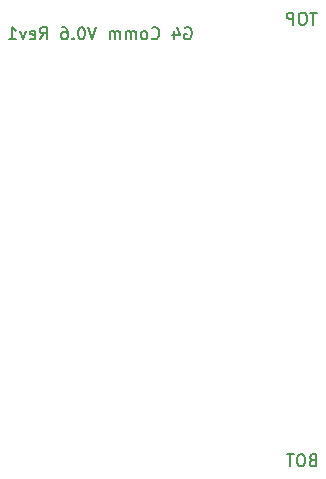
<source format=gbo>
%TF.GenerationSoftware,KiCad,Pcbnew,7.0.8-7.0.8~ubuntu22.04.1*%
%TF.CreationDate,2023-11-12T15:46:44-08:00*%
%TF.ProjectId,comm_v0p6,636f6d6d-5f76-4307-9036-2e6b69636164,rev?*%
%TF.SameCoordinates,Original*%
%TF.FileFunction,Legend,Bot*%
%TF.FilePolarity,Positive*%
%FSLAX46Y46*%
G04 Gerber Fmt 4.6, Leading zero omitted, Abs format (unit mm)*
G04 Created by KiCad (PCBNEW 7.0.8-7.0.8~ubuntu22.04.1) date 2023-11-12 15:46:44*
%MOMM*%
%LPD*%
G01*
G04 APERTURE LIST*
%ADD10C,0.203200*%
%ADD11R,1.700000X1.700000*%
%ADD12O,1.700000X1.700000*%
G04 APERTURE END LIST*
D10*
X87746666Y-88627263D02*
X87601523Y-88675644D01*
X87601523Y-88675644D02*
X87553142Y-88724025D01*
X87553142Y-88724025D02*
X87504761Y-88820787D01*
X87504761Y-88820787D02*
X87504761Y-88965930D01*
X87504761Y-88965930D02*
X87553142Y-89062692D01*
X87553142Y-89062692D02*
X87601523Y-89111073D01*
X87601523Y-89111073D02*
X87698285Y-89159453D01*
X87698285Y-89159453D02*
X88085333Y-89159453D01*
X88085333Y-89159453D02*
X88085333Y-88143453D01*
X88085333Y-88143453D02*
X87746666Y-88143453D01*
X87746666Y-88143453D02*
X87649904Y-88191834D01*
X87649904Y-88191834D02*
X87601523Y-88240215D01*
X87601523Y-88240215D02*
X87553142Y-88336977D01*
X87553142Y-88336977D02*
X87553142Y-88433739D01*
X87553142Y-88433739D02*
X87601523Y-88530501D01*
X87601523Y-88530501D02*
X87649904Y-88578882D01*
X87649904Y-88578882D02*
X87746666Y-88627263D01*
X87746666Y-88627263D02*
X88085333Y-88627263D01*
X86875809Y-88143453D02*
X86682285Y-88143453D01*
X86682285Y-88143453D02*
X86585523Y-88191834D01*
X86585523Y-88191834D02*
X86488761Y-88288596D01*
X86488761Y-88288596D02*
X86440380Y-88482120D01*
X86440380Y-88482120D02*
X86440380Y-88820787D01*
X86440380Y-88820787D02*
X86488761Y-89014311D01*
X86488761Y-89014311D02*
X86585523Y-89111073D01*
X86585523Y-89111073D02*
X86682285Y-89159453D01*
X86682285Y-89159453D02*
X86875809Y-89159453D01*
X86875809Y-89159453D02*
X86972571Y-89111073D01*
X86972571Y-89111073D02*
X87069333Y-89014311D01*
X87069333Y-89014311D02*
X87117714Y-88820787D01*
X87117714Y-88820787D02*
X87117714Y-88482120D01*
X87117714Y-88482120D02*
X87069333Y-88288596D01*
X87069333Y-88288596D02*
X86972571Y-88191834D01*
X86972571Y-88191834D02*
X86875809Y-88143453D01*
X86150095Y-88143453D02*
X85569523Y-88143453D01*
X85859809Y-89159453D02*
X85859809Y-88143453D01*
X76959580Y-52019034D02*
X77056342Y-51970653D01*
X77056342Y-51970653D02*
X77201485Y-51970653D01*
X77201485Y-51970653D02*
X77346628Y-52019034D01*
X77346628Y-52019034D02*
X77443390Y-52115796D01*
X77443390Y-52115796D02*
X77491771Y-52212558D01*
X77491771Y-52212558D02*
X77540152Y-52406082D01*
X77540152Y-52406082D02*
X77540152Y-52551225D01*
X77540152Y-52551225D02*
X77491771Y-52744749D01*
X77491771Y-52744749D02*
X77443390Y-52841511D01*
X77443390Y-52841511D02*
X77346628Y-52938273D01*
X77346628Y-52938273D02*
X77201485Y-52986653D01*
X77201485Y-52986653D02*
X77104723Y-52986653D01*
X77104723Y-52986653D02*
X76959580Y-52938273D01*
X76959580Y-52938273D02*
X76911199Y-52889892D01*
X76911199Y-52889892D02*
X76911199Y-52551225D01*
X76911199Y-52551225D02*
X77104723Y-52551225D01*
X76040342Y-52309320D02*
X76040342Y-52986653D01*
X76282247Y-51922273D02*
X76524152Y-52647987D01*
X76524152Y-52647987D02*
X75895199Y-52647987D01*
X74153485Y-52889892D02*
X74201866Y-52938273D01*
X74201866Y-52938273D02*
X74347009Y-52986653D01*
X74347009Y-52986653D02*
X74443771Y-52986653D01*
X74443771Y-52986653D02*
X74588914Y-52938273D01*
X74588914Y-52938273D02*
X74685676Y-52841511D01*
X74685676Y-52841511D02*
X74734057Y-52744749D01*
X74734057Y-52744749D02*
X74782438Y-52551225D01*
X74782438Y-52551225D02*
X74782438Y-52406082D01*
X74782438Y-52406082D02*
X74734057Y-52212558D01*
X74734057Y-52212558D02*
X74685676Y-52115796D01*
X74685676Y-52115796D02*
X74588914Y-52019034D01*
X74588914Y-52019034D02*
X74443771Y-51970653D01*
X74443771Y-51970653D02*
X74347009Y-51970653D01*
X74347009Y-51970653D02*
X74201866Y-52019034D01*
X74201866Y-52019034D02*
X74153485Y-52067415D01*
X73572914Y-52986653D02*
X73669676Y-52938273D01*
X73669676Y-52938273D02*
X73718057Y-52889892D01*
X73718057Y-52889892D02*
X73766438Y-52793130D01*
X73766438Y-52793130D02*
X73766438Y-52502844D01*
X73766438Y-52502844D02*
X73718057Y-52406082D01*
X73718057Y-52406082D02*
X73669676Y-52357701D01*
X73669676Y-52357701D02*
X73572914Y-52309320D01*
X73572914Y-52309320D02*
X73427771Y-52309320D01*
X73427771Y-52309320D02*
X73331009Y-52357701D01*
X73331009Y-52357701D02*
X73282628Y-52406082D01*
X73282628Y-52406082D02*
X73234247Y-52502844D01*
X73234247Y-52502844D02*
X73234247Y-52793130D01*
X73234247Y-52793130D02*
X73282628Y-52889892D01*
X73282628Y-52889892D02*
X73331009Y-52938273D01*
X73331009Y-52938273D02*
X73427771Y-52986653D01*
X73427771Y-52986653D02*
X73572914Y-52986653D01*
X72798819Y-52986653D02*
X72798819Y-52309320D01*
X72798819Y-52406082D02*
X72750438Y-52357701D01*
X72750438Y-52357701D02*
X72653676Y-52309320D01*
X72653676Y-52309320D02*
X72508533Y-52309320D01*
X72508533Y-52309320D02*
X72411771Y-52357701D01*
X72411771Y-52357701D02*
X72363390Y-52454463D01*
X72363390Y-52454463D02*
X72363390Y-52986653D01*
X72363390Y-52454463D02*
X72315009Y-52357701D01*
X72315009Y-52357701D02*
X72218247Y-52309320D01*
X72218247Y-52309320D02*
X72073104Y-52309320D01*
X72073104Y-52309320D02*
X71976343Y-52357701D01*
X71976343Y-52357701D02*
X71927962Y-52454463D01*
X71927962Y-52454463D02*
X71927962Y-52986653D01*
X71444152Y-52986653D02*
X71444152Y-52309320D01*
X71444152Y-52406082D02*
X71395771Y-52357701D01*
X71395771Y-52357701D02*
X71299009Y-52309320D01*
X71299009Y-52309320D02*
X71153866Y-52309320D01*
X71153866Y-52309320D02*
X71057104Y-52357701D01*
X71057104Y-52357701D02*
X71008723Y-52454463D01*
X71008723Y-52454463D02*
X71008723Y-52986653D01*
X71008723Y-52454463D02*
X70960342Y-52357701D01*
X70960342Y-52357701D02*
X70863580Y-52309320D01*
X70863580Y-52309320D02*
X70718437Y-52309320D01*
X70718437Y-52309320D02*
X70621676Y-52357701D01*
X70621676Y-52357701D02*
X70573295Y-52454463D01*
X70573295Y-52454463D02*
X70573295Y-52986653D01*
X69460533Y-51970653D02*
X69121866Y-52986653D01*
X69121866Y-52986653D02*
X68783199Y-51970653D01*
X68251009Y-51970653D02*
X68154247Y-51970653D01*
X68154247Y-51970653D02*
X68057485Y-52019034D01*
X68057485Y-52019034D02*
X68009104Y-52067415D01*
X68009104Y-52067415D02*
X67960723Y-52164177D01*
X67960723Y-52164177D02*
X67912342Y-52357701D01*
X67912342Y-52357701D02*
X67912342Y-52599606D01*
X67912342Y-52599606D02*
X67960723Y-52793130D01*
X67960723Y-52793130D02*
X68009104Y-52889892D01*
X68009104Y-52889892D02*
X68057485Y-52938273D01*
X68057485Y-52938273D02*
X68154247Y-52986653D01*
X68154247Y-52986653D02*
X68251009Y-52986653D01*
X68251009Y-52986653D02*
X68347771Y-52938273D01*
X68347771Y-52938273D02*
X68396152Y-52889892D01*
X68396152Y-52889892D02*
X68444533Y-52793130D01*
X68444533Y-52793130D02*
X68492914Y-52599606D01*
X68492914Y-52599606D02*
X68492914Y-52357701D01*
X68492914Y-52357701D02*
X68444533Y-52164177D01*
X68444533Y-52164177D02*
X68396152Y-52067415D01*
X68396152Y-52067415D02*
X68347771Y-52019034D01*
X68347771Y-52019034D02*
X68251009Y-51970653D01*
X67476914Y-52889892D02*
X67428533Y-52938273D01*
X67428533Y-52938273D02*
X67476914Y-52986653D01*
X67476914Y-52986653D02*
X67525295Y-52938273D01*
X67525295Y-52938273D02*
X67476914Y-52889892D01*
X67476914Y-52889892D02*
X67476914Y-52986653D01*
X66557675Y-51970653D02*
X66751199Y-51970653D01*
X66751199Y-51970653D02*
X66847961Y-52019034D01*
X66847961Y-52019034D02*
X66896342Y-52067415D01*
X66896342Y-52067415D02*
X66993104Y-52212558D01*
X66993104Y-52212558D02*
X67041485Y-52406082D01*
X67041485Y-52406082D02*
X67041485Y-52793130D01*
X67041485Y-52793130D02*
X66993104Y-52889892D01*
X66993104Y-52889892D02*
X66944723Y-52938273D01*
X66944723Y-52938273D02*
X66847961Y-52986653D01*
X66847961Y-52986653D02*
X66654437Y-52986653D01*
X66654437Y-52986653D02*
X66557675Y-52938273D01*
X66557675Y-52938273D02*
X66509294Y-52889892D01*
X66509294Y-52889892D02*
X66460913Y-52793130D01*
X66460913Y-52793130D02*
X66460913Y-52551225D01*
X66460913Y-52551225D02*
X66509294Y-52454463D01*
X66509294Y-52454463D02*
X66557675Y-52406082D01*
X66557675Y-52406082D02*
X66654437Y-52357701D01*
X66654437Y-52357701D02*
X66847961Y-52357701D01*
X66847961Y-52357701D02*
X66944723Y-52406082D01*
X66944723Y-52406082D02*
X66993104Y-52454463D01*
X66993104Y-52454463D02*
X67041485Y-52551225D01*
X64670818Y-52986653D02*
X65009485Y-52502844D01*
X65251390Y-52986653D02*
X65251390Y-51970653D01*
X65251390Y-51970653D02*
X64864342Y-51970653D01*
X64864342Y-51970653D02*
X64767580Y-52019034D01*
X64767580Y-52019034D02*
X64719199Y-52067415D01*
X64719199Y-52067415D02*
X64670818Y-52164177D01*
X64670818Y-52164177D02*
X64670818Y-52309320D01*
X64670818Y-52309320D02*
X64719199Y-52406082D01*
X64719199Y-52406082D02*
X64767580Y-52454463D01*
X64767580Y-52454463D02*
X64864342Y-52502844D01*
X64864342Y-52502844D02*
X65251390Y-52502844D01*
X63848342Y-52938273D02*
X63945104Y-52986653D01*
X63945104Y-52986653D02*
X64138628Y-52986653D01*
X64138628Y-52986653D02*
X64235390Y-52938273D01*
X64235390Y-52938273D02*
X64283771Y-52841511D01*
X64283771Y-52841511D02*
X64283771Y-52454463D01*
X64283771Y-52454463D02*
X64235390Y-52357701D01*
X64235390Y-52357701D02*
X64138628Y-52309320D01*
X64138628Y-52309320D02*
X63945104Y-52309320D01*
X63945104Y-52309320D02*
X63848342Y-52357701D01*
X63848342Y-52357701D02*
X63799961Y-52454463D01*
X63799961Y-52454463D02*
X63799961Y-52551225D01*
X63799961Y-52551225D02*
X64283771Y-52647987D01*
X63461295Y-52309320D02*
X63219390Y-52986653D01*
X63219390Y-52986653D02*
X62977485Y-52309320D01*
X62058247Y-52986653D02*
X62638819Y-52986653D01*
X62348533Y-52986653D02*
X62348533Y-51970653D01*
X62348533Y-51970653D02*
X62445295Y-52115796D01*
X62445295Y-52115796D02*
X62542057Y-52212558D01*
X62542057Y-52212558D02*
X62638819Y-52260939D01*
X88130476Y-50743453D02*
X87549904Y-50743453D01*
X87840190Y-51759453D02*
X87840190Y-50743453D01*
X87017714Y-50743453D02*
X86824190Y-50743453D01*
X86824190Y-50743453D02*
X86727428Y-50791834D01*
X86727428Y-50791834D02*
X86630666Y-50888596D01*
X86630666Y-50888596D02*
X86582285Y-51082120D01*
X86582285Y-51082120D02*
X86582285Y-51420787D01*
X86582285Y-51420787D02*
X86630666Y-51614311D01*
X86630666Y-51614311D02*
X86727428Y-51711073D01*
X86727428Y-51711073D02*
X86824190Y-51759453D01*
X86824190Y-51759453D02*
X87017714Y-51759453D01*
X87017714Y-51759453D02*
X87114476Y-51711073D01*
X87114476Y-51711073D02*
X87211238Y-51614311D01*
X87211238Y-51614311D02*
X87259619Y-51420787D01*
X87259619Y-51420787D02*
X87259619Y-51082120D01*
X87259619Y-51082120D02*
X87211238Y-50888596D01*
X87211238Y-50888596D02*
X87114476Y-50791834D01*
X87114476Y-50791834D02*
X87017714Y-50743453D01*
X86146857Y-51759453D02*
X86146857Y-50743453D01*
X86146857Y-50743453D02*
X85759809Y-50743453D01*
X85759809Y-50743453D02*
X85663047Y-50791834D01*
X85663047Y-50791834D02*
X85614666Y-50840215D01*
X85614666Y-50840215D02*
X85566285Y-50936977D01*
X85566285Y-50936977D02*
X85566285Y-51082120D01*
X85566285Y-51082120D02*
X85614666Y-51178882D01*
X85614666Y-51178882D02*
X85663047Y-51227263D01*
X85663047Y-51227263D02*
X85759809Y-51275644D01*
X85759809Y-51275644D02*
X86146857Y-51275644D01*
%LPC*%
D11*
%TO.C,J4*%
X55230000Y-62230000D03*
D12*
X57770000Y-62230000D03*
X55230000Y-64770000D03*
X57770000Y-64770000D03*
%TD*%
D11*
%TO.C,J6*%
X82230000Y-62230000D03*
D12*
X84770000Y-62230000D03*
X82230000Y-64770000D03*
X84770000Y-64770000D03*
%TD*%
D11*
%TO.C,J5*%
X55230000Y-78230000D03*
D12*
X57770000Y-78230000D03*
X55230000Y-80770000D03*
X57770000Y-80770000D03*
%TD*%
D11*
%TO.C,J7*%
X82230000Y-78230000D03*
D12*
X84770000Y-78230000D03*
X82230000Y-80770000D03*
X84770000Y-80770000D03*
%TD*%
%TO.C,J1*%
X52220000Y-84700000D03*
X54760000Y-84700000D03*
X57300000Y-84700000D03*
X59840000Y-84700000D03*
X62380000Y-84700000D03*
X64920000Y-84700000D03*
X67460000Y-84700000D03*
X70000000Y-84700000D03*
X72540000Y-84700000D03*
X75080000Y-84700000D03*
X77620000Y-84700000D03*
X80160000Y-84700000D03*
X82700000Y-84700000D03*
X85240000Y-84700000D03*
D11*
X87780000Y-84700000D03*
%TD*%
%TO.C,J2*%
X87780000Y-58750000D03*
D12*
X85240000Y-58750000D03*
X82700000Y-58750000D03*
X80160000Y-58750000D03*
X77620000Y-58750000D03*
X75080000Y-58750000D03*
X72540000Y-58750000D03*
X70000000Y-58750000D03*
X67460000Y-58750000D03*
X64920000Y-58750000D03*
X62380000Y-58750000D03*
X59840000Y-58750000D03*
X57300000Y-58750000D03*
X54760000Y-58750000D03*
X52220000Y-58750000D03*
%TD*%
%LPD*%
M02*

</source>
